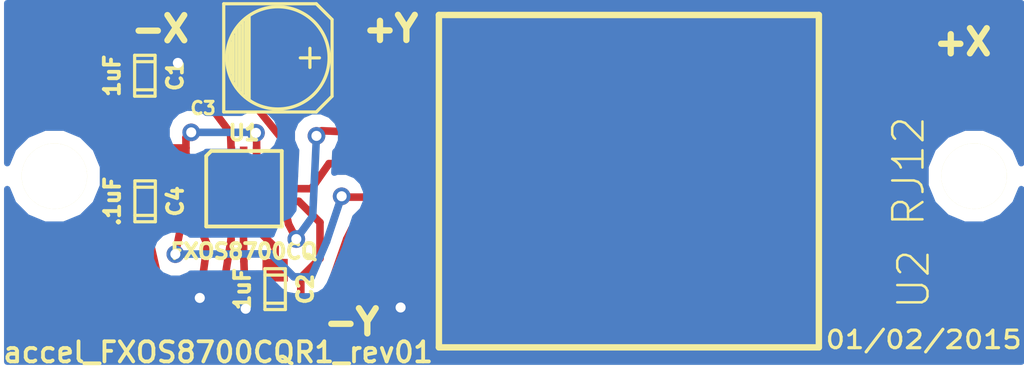
<source format=kicad_pcb>
(kicad_pcb (version 4) (host pcbnew "(2015-08-20 BZR 6109)-product")

  (general
    (links 21)
    (no_connects 0)
    (area 0 0 0 0)
    (thickness 1.6)
    (drawings 6)
    (tracks 109)
    (zones 0)
    (modules 8)
    (nets 9)
  )

  (page A)
  (layers
    (0 F.Cu signal)
    (31 B.Cu signal)
    (32 B.Adhes user)
    (33 F.Adhes user)
    (34 B.Paste user)
    (35 F.Paste user)
    (36 B.SilkS user)
    (37 F.SilkS user)
    (38 B.Mask user)
    (39 F.Mask user)
    (40 Dwgs.User user)
    (41 Cmts.User user)
    (42 Eco1.User user)
    (43 Eco2.User user)
    (44 Edge.Cuts user)
  )

  (setup
    (last_trace_width 0.5)
    (user_trace_width 0.1)
    (user_trace_width 0.15)
    (user_trace_width 0.2)
    (user_trace_width 0.25)
    (user_trace_width 0.3)
    (user_trace_width 0.35)
    (user_trace_width 0.4)
    (user_trace_width 0.5)
    (user_trace_width 0.6)
    (user_trace_width 0.7)
    (user_trace_width 0.8)
    (user_trace_width 1)
    (trace_clearance 0.05)
    (zone_clearance 0.5)
    (zone_45_only no)
    (trace_min 0.1)
    (segment_width 0.2)
    (edge_width 0.1)
    (via_size 0.7)
    (via_drill 0.4)
    (via_min_size 0.7)
    (via_min_drill 0.4)
    (uvia_size 0.4)
    (uvia_drill 0.127)
    (uvias_allowed no)
    (uvia_min_size 0.4)
    (uvia_min_drill 0.127)
    (pcb_text_width 0.3)
    (pcb_text_size 1.5 1.5)
    (mod_edge_width 0.15)
    (mod_text_size 1 1)
    (mod_text_width 0.15)
    (pad_size 2.60096 1.6002)
    (pad_drill 0)
    (pad_to_mask_clearance 0)
    (aux_axis_origin 0 0)
    (visible_elements 7FFFFFFF)
    (pcbplotparams
      (layerselection 0x00030_80000001)
      (usegerberextensions true)
      (excludeedgelayer true)
      (linewidth 0.150000)
      (plotframeref false)
      (viasonmask false)
      (mode 1)
      (useauxorigin false)
      (hpglpennumber 1)
      (hpglpenspeed 20)
      (hpglpendiameter 15)
      (hpglpenoverlay 2)
      (psnegative false)
      (psa4output false)
      (plotreference true)
      (plotvalue true)
      (plotinvisibletext false)
      (padsonsilk false)
      (subtractmaskfromsilk false)
      (outputformat 1)
      (mirror false)
      (drillshape 0)
      (scaleselection 1)
      (outputdirectory ""))
  )

  (net 0 "")
  (net 1 GND)
  (net 2 INT1)
  (net 3 INT2)
  (net 4 SCL)
  (net 5 SDA)
  (net 6 Vdd)
  (net 7 "Net-(C2-Pad1)")
  (net 8 "Net-(C4-Pad1)")

  (net_class Default "This is the default net class."
    (clearance 0.05)
    (trace_width 0.5)
    (via_dia 0.7)
    (via_drill 0.4)
    (uvia_dia 0.4)
    (uvia_drill 0.127)
    (add_net GND)
    (add_net INT1)
    (add_net INT2)
    (add_net "Net-(C2-Pad1)")
    (add_net "Net-(C4-Pad1)")
    (add_net SCL)
    (add_net SDA)
    (add_net Vdd)
  )

  (module ted_capacitors:TED_c_elec_4.3x4.3 (layer F.Cu) (tedit 0) (tstamp 54A73A36)
    (at 141.37 103.8)
    (descr "SMT capacitor, aluminium electrolytic, 4.3x4.3")
    (path /54A72EF7)
    (fp_text reference C3 (at -2.97 2) (layer F.SilkS)
      (effects (font (size 0.50038 0.50038) (thickness 0.11938)))
    )
    (fp_text value 4.7uF (at 0.23 2.7) (layer F.SilkS) hide
      (effects (font (size 0.50038 0.50038) (thickness 0.11938)))
    )
    (fp_line (start 1.651 0) (end 0.889 0) (layer F.SilkS) (width 0.127))
    (fp_line (start 1.27 -0.381) (end 1.27 0.381) (layer F.SilkS) (width 0.127))
    (fp_line (start 1.524 2.15) (end -2.15 2.15) (layer F.SilkS) (width 0.127))
    (fp_line (start 2.15 -1.524) (end 2.15 1.524) (layer F.SilkS) (width 0.127))
    (fp_line (start 1.524 2.15) (end 2.15 1.524) (layer F.SilkS) (width 0.127))
    (fp_line (start 1.524 -2.15) (end -2.15 -2.15) (layer F.SilkS) (width 0.127))
    (fp_line (start 1.524 -2.15) (end 2.15 -1.524) (layer F.SilkS) (width 0.127))
    (fp_line (start -2.032 0.127) (end -2.032 -0.127) (layer F.SilkS) (width 0.127))
    (fp_line (start -1.905 -0.635) (end -1.905 0.635) (layer F.SilkS) (width 0.127))
    (fp_line (start -1.778 0.889) (end -1.778 -0.889) (layer F.SilkS) (width 0.127))
    (fp_line (start -1.651 1.143) (end -1.651 -1.143) (layer F.SilkS) (width 0.127))
    (fp_line (start -1.524 -1.27) (end -1.524 1.27) (layer F.SilkS) (width 0.127))
    (fp_line (start -1.397 1.397) (end -1.397 -1.397) (layer F.SilkS) (width 0.127))
    (fp_line (start -1.27 -1.524) (end -1.27 1.524) (layer F.SilkS) (width 0.127))
    (fp_line (start -1.143 -1.651) (end -1.143 1.651) (layer F.SilkS) (width 0.127))
    (fp_circle (center 0 0) (end -2.032 0) (layer F.SilkS) (width 0.127))
    (fp_line (start -2.15 -2.15) (end -2.15 2.15) (layer F.SilkS) (width 0.127))
    (pad 1 smd rect (at 1.80086 0) (size 2.60096 1.6002) (layers F.Cu F.Paste F.Mask)
      (net 6 Vdd))
    (pad 2 smd rect (at -1.80086 0) (size 2.60096 1.6002) (layers F.Cu F.Paste F.Mask)
      (net 1 GND))
    (model smd/capacitors/c_elec_4x5_3.wrl
      (at (xyz 0 0 0))
      (scale (xyz 1 1 1))
      (rotate (xyz 0 0 0))
    )
  )

  (module ted_connectors:TED_RJ12_855135002 (layer F.Cu) (tedit 0) (tstamp 539CC027)
    (at 155.3 108.7 270)
    (path /539B7C14)
    (fp_text reference U2 (at 3.9 -11.3 270) (layer F.SilkS)
      (effects (font (size 1.2 1.2) (thickness 0.09906)))
    )
    (fp_text value RJ12 (at -0.4 -11.1 270) (layer F.SilkS)
      (effects (font (size 1.2 1.2) (thickness 0.09906)))
    )
    (fp_line (start -6.605 -7.54) (end 6.605 -7.54) (layer F.SilkS) (width 0.254))
    (fp_line (start 6.605 -7.54) (end 6.605 7.54) (layer F.SilkS) (width 0.254))
    (fp_line (start 6.605 7.54) (end -6.605 7.54) (layer F.SilkS) (width 0.254))
    (fp_line (start -6.605 7.54) (end -6.605 -7.54) (layer F.SilkS) (width 0.254))
    (pad 6 smd rect (at -3.175 7.9 270) (size 0.76 5) (layers F.Cu F.Paste F.Mask)
      (net 6 Vdd) (clearance 0.2))
    (pad 4 smd rect (at -0.635 7.9 270) (size 0.76 5) (layers F.Cu F.Paste F.Mask)
      (net 2 INT1) (clearance 0.2))
    (pad 2 smd rect (at 1.905 7.9 270) (size 0.76 5) (layers F.Cu F.Paste F.Mask)
      (net 5 SDA) (clearance 0.2))
    (pad 3 smd rect (at 0.635 7.9 270) (size 0.76 5) (layers F.Cu F.Paste F.Mask)
      (net 4 SCL) (clearance 0.2))
    (pad 1 smd rect (at 3.175 7.9 270) (size 0.76 5) (layers F.Cu F.Paste F.Mask)
      (net 1 GND) (clearance 0.2))
    (pad 5 smd rect (at -1.905 7.9 270) (size 0.76 5) (layers F.Cu F.Paste F.Mask)
      (net 3 INT2) (clearance 0.2))
    (pad PAD smd rect (at 0 -8.15 270) (size 8.8 4.5) (layers F.Cu F.Paste F.Mask))
  )

  (module ted_holes:TED_Hole_2_6mm (layer F.Cu) (tedit 0) (tstamp 539CCC63)
    (at 132.5 108.5)
    (path /5365C78C)
    (fp_text reference H1 (at -0.05 -2.425) (layer F.SilkS) hide
      (effects (font (size 1 1) (thickness 0.15)))
    )
    (fp_text value HOLE (at 0.25 2.6) (layer F.SilkS) hide
      (effects (font (size 1 1) (thickness 0.15)))
    )
    (pad "" np_thru_hole circle (at 0 0) (size 2.6 2.6) (drill 2.6) (layers *.Cu *.Mask F.SilkS))
  )

  (module ted_holes:TED_Hole_2_6mm (layer F.Cu) (tedit 0) (tstamp 539CBF88)
    (at 169 108.5)
    (path /539CBE67)
    (fp_text reference H2 (at -0.05 -2.425) (layer F.SilkS) hide
      (effects (font (size 1 1) (thickness 0.15)))
    )
    (fp_text value HOLE (at 0.25 2.6) (layer F.SilkS) hide
      (effects (font (size 1 1) (thickness 0.15)))
    )
    (pad "" np_thru_hole circle (at 0 0) (size 2.6 2.6) (drill 2.6) (layers *.Cu *.Mask F.SilkS))
  )

  (module ted_ICs:TED_QFN16_3x5 (layer F.Cu) (tedit 0) (tstamp 52A599E5)
    (at 140.025 109)
    (path /54A72EE3)
    (solder_paste_ratio -0.2)
    (clearance 0.1)
    (fp_text reference U1 (at 0 -2.22) (layer F.SilkS)
      (effects (font (size 0.6 0.6) (thickness 0.15)))
    )
    (fp_text value FXOS8700CQ (at 0 2.49) (layer F.SilkS)
      (effects (font (size 0.6 0.6) (thickness 0.15)))
    )
    (fp_line (start -1.3 -1.5) (end 1.5 -1.5) (layer F.SilkS) (width 0.14986))
    (fp_line (start -1.5 -1.3) (end -1.5 1.5) (layer F.SilkS) (width 0.14986))
    (fp_line (start -1.3 -1.5) (end -1.5 -1.3) (layer F.SilkS) (width 0.14986))
    (fp_line (start 1.5 1.5) (end -1.5 1.5) (layer F.SilkS) (width 0.14986))
    (fp_line (start 1.5 -1.5) (end 1.5 1.5) (layer F.SilkS) (width 0.14986))
    (pad 2 smd rect (at -1.275 -0.5) (size 0.8 0.3) (layers F.Cu F.Paste F.Mask)
      (net 8 "Net-(C4-Pad1)"))
    (pad 1 smd rect (at -1.275 -1) (size 0.8 0.3) (layers F.Cu F.Paste F.Mask)
      (net 6 Vdd))
    (pad 13 smd rect (at 1.275 -1) (size 0.8 0.3) (layers F.Cu F.Paste F.Mask)
      (net 1 GND))
    (pad 3 smd rect (at -1.275 -0.005) (size 0.8 0.3) (layers F.Cu F.Paste F.Mask)
      (net 1 GND))
    (pad 4 smd rect (at -1.275 0.5) (size 0.8 0.3) (layers F.Cu F.Paste F.Mask)
      (net 4 SCL))
    (pad 5 smd rect (at -1.275 1) (size 0.8 0.3) (layers F.Cu F.Paste F.Mask)
      (net 1 GND))
    (pad 6 smd rect (at -0.5 1.275) (size 0.3 0.8) (layers F.Cu F.Paste F.Mask)
      (net 5 SDA))
    (pad 7 smd rect (at -0.035 1.275) (size 0.3 0.8) (layers F.Cu F.Paste F.Mask)
      (net 1 GND))
    (pad 8 smd rect (at 0.5 1.275) (size 0.3 0.8) (layers F.Cu F.Paste F.Mask)
      (net 7 "Net-(C2-Pad1)"))
    (pad 9 smd rect (at 1.275 1) (size 0.8 0.3) (layers F.Cu F.Paste F.Mask)
      (net 3 INT2))
    (pad 10 smd rect (at 1.275 0.5) (size 0.8 0.3) (layers F.Cu F.Paste F.Mask)
      (net 1 GND))
    (pad 11 smd rect (at 1.275 -0.005) (size 0.8 0.3) (layers F.Cu F.Paste F.Mask)
      (net 2 INT1))
    (pad 12 smd rect (at 1.275 -0.5) (size 0.8 0.3) (layers F.Cu F.Paste F.Mask)
      (net 1 GND))
    (pad 14 smd rect (at 0.5 -1.275) (size 0.3 0.8) (layers F.Cu F.Paste F.Mask)
      (net 6 Vdd))
    (pad 15 smd rect (at -0.015 -1.275) (size 0.3 0.8) (layers F.Cu F.Paste F.Mask))
    (pad 16 smd rect (at -0.5 -1.275) (size 0.3 0.8) (layers F.Cu F.Paste F.Mask)
      (net 1 GND))
  )

  (module ted_capacitors:TED_SM0603_C (layer F.Cu) (tedit 5411E2B4) (tstamp 566C9EAA)
    (at 136.09 104.51 270)
    (descr "SMT capacitor, 0603")
    (path /52959381)
    (fp_text reference C1 (at 0 -1.2 270) (layer F.SilkS)
      (effects (font (size 0.6 0.6) (thickness 0.15)))
    )
    (fp_text value 1uF (at 0 1.3 270) (layer F.SilkS)
      (effects (font (size 0.6 0.6) (thickness 0.15)))
    )
    (fp_line (start 0.5588 0.4064) (end 0.5588 -0.4064) (layer F.SilkS) (width 0.127))
    (fp_line (start -0.5588 -0.381) (end -0.5588 0.4064) (layer F.SilkS) (width 0.127))
    (fp_line (start -0.8128 -0.4064) (end 0.8128 -0.4064) (layer F.SilkS) (width 0.127))
    (fp_line (start 0.8128 -0.4064) (end 0.8128 0.4064) (layer F.SilkS) (width 0.127))
    (fp_line (start 0.8128 0.4064) (end -0.8128 0.4064) (layer F.SilkS) (width 0.127))
    (fp_line (start -0.8128 0.4064) (end -0.8128 -0.4064) (layer F.SilkS) (width 0.127))
    (pad 2 smd rect (at 0.75184 0 270) (size 0.89916 1.00076) (layers F.Cu F.Paste F.Mask)
      (net 1 GND) (clearance 0.1))
    (pad 1 smd rect (at -0.75184 0 270) (size 0.89916 1.00076) (layers F.Cu F.Paste F.Mask)
      (net 6 Vdd) (clearance 0.1))
    (model smd/capacitors/c_0603.wrl
      (at (xyz 0 0 0))
      (scale (xyz 1 1 1))
      (rotate (xyz 0 0 0))
    )
  )

  (module ted_capacitors:TED_SM0603_C (layer F.Cu) (tedit 5411E2B4) (tstamp 566C9EB5)
    (at 141.26 112.99 270)
    (descr "SMT capacitor, 0603")
    (path /54A72FC4)
    (fp_text reference C2 (at 0 -1.2 270) (layer F.SilkS)
      (effects (font (size 0.6 0.6) (thickness 0.15)))
    )
    (fp_text value 1uF (at 0 1.3 270) (layer F.SilkS)
      (effects (font (size 0.6 0.6) (thickness 0.15)))
    )
    (fp_line (start 0.5588 0.4064) (end 0.5588 -0.4064) (layer F.SilkS) (width 0.127))
    (fp_line (start -0.5588 -0.381) (end -0.5588 0.4064) (layer F.SilkS) (width 0.127))
    (fp_line (start -0.8128 -0.4064) (end 0.8128 -0.4064) (layer F.SilkS) (width 0.127))
    (fp_line (start 0.8128 -0.4064) (end 0.8128 0.4064) (layer F.SilkS) (width 0.127))
    (fp_line (start 0.8128 0.4064) (end -0.8128 0.4064) (layer F.SilkS) (width 0.127))
    (fp_line (start -0.8128 0.4064) (end -0.8128 -0.4064) (layer F.SilkS) (width 0.127))
    (pad 2 smd rect (at 0.75184 0 270) (size 0.89916 1.00076) (layers F.Cu F.Paste F.Mask)
      (net 1 GND) (clearance 0.1))
    (pad 1 smd rect (at -0.75184 0 270) (size 0.89916 1.00076) (layers F.Cu F.Paste F.Mask)
      (net 7 "Net-(C2-Pad1)") (clearance 0.1))
    (model smd/capacitors/c_0603.wrl
      (at (xyz 0 0 0))
      (scale (xyz 1 1 1))
      (rotate (xyz 0 0 0))
    )
  )

  (module ted_capacitors:TED_SM0603_C (layer F.Cu) (tedit 5411E2B4) (tstamp 566C9EC0)
    (at 136.1 109.5 270)
    (descr "SMT capacitor, 0603")
    (path /52A5541B)
    (fp_text reference C4 (at 0 -1.2 270) (layer F.SilkS)
      (effects (font (size 0.6 0.6) (thickness 0.15)))
    )
    (fp_text value .1uF (at 0 1.3 270) (layer F.SilkS)
      (effects (font (size 0.6 0.6) (thickness 0.15)))
    )
    (fp_line (start 0.5588 0.4064) (end 0.5588 -0.4064) (layer F.SilkS) (width 0.127))
    (fp_line (start -0.5588 -0.381) (end -0.5588 0.4064) (layer F.SilkS) (width 0.127))
    (fp_line (start -0.8128 -0.4064) (end 0.8128 -0.4064) (layer F.SilkS) (width 0.127))
    (fp_line (start 0.8128 -0.4064) (end 0.8128 0.4064) (layer F.SilkS) (width 0.127))
    (fp_line (start 0.8128 0.4064) (end -0.8128 0.4064) (layer F.SilkS) (width 0.127))
    (fp_line (start -0.8128 0.4064) (end -0.8128 -0.4064) (layer F.SilkS) (width 0.127))
    (pad 2 smd rect (at 0.75184 0 270) (size 0.89916 1.00076) (layers F.Cu F.Paste F.Mask)
      (net 1 GND) (clearance 0.1))
    (pad 1 smd rect (at -0.75184 0 270) (size 0.89916 1.00076) (layers F.Cu F.Paste F.Mask)
      (net 8 "Net-(C4-Pad1)") (clearance 0.1))
    (model smd/capacitors/c_0603.wrl
      (at (xyz 0 0 0))
      (scale (xyz 1 1 1))
      (rotate (xyz 0 0 0))
    )
  )

  (gr_text 01/02/2015 (at 167 115) (layer F.SilkS)
    (effects (font (size 0.7 0.8) (thickness 0.125)))
  )
  (gr_text -X (at 136.7 102.65) (layer F.SilkS)
    (effects (font (size 1 1) (thickness 0.25)))
  )
  (gr_text -Y (at 144.3 114.3) (layer F.SilkS)
    (effects (font (size 1 1) (thickness 0.25)))
  )
  (gr_text +X (at 168.55 103.17) (layer F.SilkS)
    (effects (font (size 1 1) (thickness 0.25)))
  )
  (gr_text +Y (at 145.85 102.64) (layer F.SilkS)
    (effects (font (size 1 1) (thickness 0.25)))
  )
  (gr_text accel_FXOS8700CQR1_rev01 (at 139 115.5) (layer F.SilkS)
    (effects (font (size 0.8 0.8) (thickness 0.15)))
  )

  (segment (start 141.3 109.5) (end 142.2 109.5) (width 0.3) (layer F.Cu) (net 1))
  (segment (start 142.07816 113.74184) (end 141.26 113.74184) (width 0.3) (layer F.Cu) (net 1) (tstamp 54A73CA1))
  (segment (start 142.28 113.54) (end 142.07816 113.74184) (width 0.3) (layer F.Cu) (net 1) (tstamp 54A73CA0))
  (segment (start 142.28 112.53) (end 142.28 113.54) (width 0.3) (layer F.Cu) (net 1) (tstamp 54A73C9F))
  (segment (start 143.04 111.77) (end 142.28 112.53) (width 0.3) (layer F.Cu) (net 1) (tstamp 54A73C99))
  (segment (start 143.04 110.34) (end 143.04 111.77) (width 0.3) (layer F.Cu) (net 1) (tstamp 54A73C98))
  (segment (start 142.2 109.5) (end 143.04 110.34) (width 0.3) (layer F.Cu) (net 1) (tstamp 54A73C97))
  (segment (start 141.3 108.5) (end 142.02 108.5) (width 0.3) (layer F.Cu) (net 1))
  (segment (start 142 108.48) (end 142 107.6) (width 0.3) (layer F.Cu) (net 1) (tstamp 54A73C86))
  (segment (start 142.02 108.5) (end 142 108.48) (width 0.3) (layer F.Cu) (net 1) (tstamp 54A73C84))
  (segment (start 141.26 113.74184) (end 140.11816 113.74184) (width 0.3) (layer F.Cu) (net 1))
  (segment (start 140.11816 113.74184) (end 140.09 113.77) (width 0.3) (layer F.Cu) (net 1) (tstamp 54A73C61))
  (segment (start 147.4 111.875) (end 147.4 112.56) (width 0.3) (layer F.Cu) (net 1))
  (via (at 146.24 113.72) (size 0.7) (layers F.Cu B.Cu) (net 1))
  (segment (start 147.4 112.56) (end 146.24 113.72) (width 0.3) (layer F.Cu) (net 1) (tstamp 54A73BBA))
  (segment (start 142 107.6) (end 139.21914 104.15) (width 0.3) (layer F.Cu) (net 1) (status 20))
  (segment (start 139.21914 104.15) (end 139.56914 103.8) (width 0.3) (layer F.Cu) (net 1) (tstamp 54A73B6B) (status 30))
  (segment (start 139.56914 103.8) (end 137.44 103.82) (width 0.3) (layer F.Cu) (net 1) (status 10))
  (segment (start 137.44 103.82) (end 137.4 104) (width 0.3) (layer F.Cu) (net 1) (tstamp 54A73B61))
  (via (at 137.4 104) (size 0.7) (layers F.Cu B.Cu) (net 1))
  (segment (start 139.525 107.725) (end 139.489817 106.795842) (width 0.3) (layer F.Cu) (net 1))
  (segment (start 139.489817 106.795842) (end 137.425 104.025) (width 0.3) (layer F.Cu) (net 1) (tstamp 54A73CC6))
  (segment (start 137.4 104) (end 137.4 104) (width 0.3) (layer F.Cu) (net 1) (tstamp 539B87A8))
  (segment (start 137.4 104) (end 138.35 105.30184) (width 0.3) (layer F.Cu) (net 1) (status 10))
  (segment (start 137.425 104.025) (end 137.4 104) (width 0.3) (layer F.Cu) (net 1) (tstamp 54A73B41))
  (segment (start 138.3 110.6) (end 138.3 110.1) (width 0.3) (layer F.Cu) (net 1))
  (segment (start 138.3 110.6) (end 138.563793 111.215517) (width 0.3) (layer F.Cu) (net 1) (tstamp 539B7FF3))
  (segment (start 138.27 113.34) (end 138.563793 111.215517) (width 0.3) (layer F.Cu) (net 1) (tstamp 539B7FF5))
  (segment (start 138.4 110) (end 138.75 110) (width 0.3) (layer F.Cu) (net 1) (tstamp 539B89E5))
  (segment (start 138.3 110.1) (end 138.4 110) (width 0.3) (layer F.Cu) (net 1) (tstamp 539B89E2))
  (segment (start 139.99 110.275) (end 140 110.7) (width 0.3) (layer F.Cu) (net 1))
  (segment (start 138.065117 113.544883) (end 136.678449 112.804883) (width 0.3) (layer F.Cu) (net 1) (tstamp 539B7FE6))
  (segment (start 138.27 113.34) (end 138.065117 113.544883) (width 0.3) (layer F.Cu) (net 1) (tstamp 539B7FE5))
  (via (at 138.27 113.34) (size 0.7) (layers F.Cu B.Cu) (net 1))
  (via (at 140.09 113.77) (size 0.7) (layers F.Cu B.Cu) (net 1))
  (segment (start 140.09 113.77) (end 139.99 113.87) (width 0.3) (layer B.Cu) (net 1) (tstamp 539B7FD9))
  (segment (start 140 110.7) (end 140.02 111.888) (width 0.3) (layer F.Cu) (net 1) (tstamp 539B7FD4))
  (segment (start 140.02 111.888) (end 140.09 113.77) (width 0.3) (layer F.Cu) (net 1) (tstamp 54A73C18))
  (segment (start 138.75 108.995) (end 137.405 108.995) (width 0.3) (layer F.Cu) (net 1))
  (segment (start 136.84816 110.25184) (end 136.1 110.25184) (width 0.3) (layer F.Cu) (net 1) (tstamp 539B7F96))
  (segment (start 137 110.1) (end 136.84816 110.25184) (width 0.3) (layer F.Cu) (net 1) (tstamp 539B7F95))
  (segment (start 137 109.4) (end 137 110.1) (width 0.3) (layer F.Cu) (net 1) (tstamp 539B7F94))
  (segment (start 137.405 108.995) (end 137 109.4) (width 0.3) (layer F.Cu) (net 1) (tstamp 539B7F93))
  (segment (start 136.678449 112.804883) (end 136.1 110.25184) (width 0.3) (layer F.Cu) (net 1) (tstamp 539B7FE8) (status 20))
  (segment (start 141.3 108) (end 141.9 108) (width 0.3) (layer F.Cu) (net 1))
  (segment (start 142 107.9) (end 142 107.6) (width 0.3) (layer F.Cu) (net 1) (tstamp 539B7F0A))
  (segment (start 141.9 108) (end 142 107.9) (width 0.3) (layer F.Cu) (net 1) (tstamp 539B7F09))
  (segment (start 136.09 105.26184) (end 138.35 105.30184) (width 0.3) (layer F.Cu) (net 1) (status 10))
  (segment (start 141.3 108.995) (end 142.7 109) (width 0.3) (layer F.Cu) (net 2))
  (segment (start 143.4 108) (end 147.4 108.065) (width 0.3) (layer F.Cu) (net 2) (tstamp 539B7EC6) (status 20))
  (segment (start 142.7 109) (end 143.4 108) (width 0.3) (layer F.Cu) (net 2) (tstamp 539B7EC4))
  (segment (start 141.3 110) (end 141.7 110) (width 0.3) (layer F.Cu) (net 3))
  (segment (start 143.105 106.695) (end 147.4 106.895) (width 0.3) (layer F.Cu) (net 3) (tstamp 539B7F00) (status 20))
  (segment (start 142.9 107) (end 143.105 106.795) (width 0.3) (layer F.Cu) (net 3) (tstamp 539B7EFF))
  (via (at 142.9 106.9) (size 0.7) (layers F.Cu B.Cu) (net 3))
  (segment (start 142.75 110.1) (end 142.9 106.9) (width 0.3) (layer B.Cu) (net 3) (tstamp 539B7EFB))
  (segment (start 142.1 111) (end 142.75 110.1) (width 0.3) (layer B.Cu) (net 3) (tstamp 539B7EFA))
  (via (at 142.1 111) (size 0.7) (layers F.Cu B.Cu) (net 3))
  (segment (start 141.793337 110.406736) (end 142.1 111) (width 0.3) (layer F.Cu) (net 3) (tstamp 539B7EF5))
  (segment (start 141.7 110) (end 141.793337 110.406736) (width 0.3) (layer F.Cu) (net 3) (tstamp 539B7EF4))
  (segment (start 138.75 109.5) (end 138 109.5) (width 0.3) (layer F.Cu) (net 4))
  (segment (start 143.935 109.335) (end 147.4 109.335) (width 0.3) (layer F.Cu) (net 4) (tstamp 539B7FA2) (status 20))
  (segment (start 143.9 109.3) (end 143.935 109.335) (width 0.3) (layer F.Cu) (net 4) (tstamp 539B7FA1))
  (via (at 143.9 109.3) (size 0.7) (layers F.Cu B.Cu) (net 4))
  (segment (start 143.3 111.1) (end 143.9 109.3) (width 0.3) (layer B.Cu) (net 4) (tstamp 539B7F9F))
  (segment (start 142.7 112.5) (end 143.3 111.1) (width 0.3) (layer B.Cu) (net 4) (tstamp 539B7F9E))
  (segment (start 142 112.5) (end 142.7 112.5) (width 0.3) (layer B.Cu) (net 4) (tstamp 539B7F9C))
  (segment (start 137.3 111.6) (end 141.091578 111.589836) (width 0.3) (layer B.Cu) (net 4) (tstamp 539B7F9B))
  (segment (start 141.091578 111.589836) (end 142 112.5) (width 0.3) (layer B.Cu) (net 4) (tstamp 539B7FC7))
  (via (at 137.3 111.6) (size 0.7) (layers F.Cu B.Cu) (net 4))
  (segment (start 137.7 109.6) (end 137.3 111.6) (width 0.3) (layer F.Cu) (net 4) (tstamp 539B7F99))
  (segment (start 138 109.5) (end 137.7 109.6) (width 0.3) (layer F.Cu) (net 4) (tstamp 539B7F98))
  (segment (start 139.525 110.275) (end 139.51 111.02) (width 0.3) (layer F.Cu) (net 5))
  (segment (start 139.51 111.02) (end 139.06 113.83) (width 0.3) (layer F.Cu) (net 5) (tstamp 54A73BFA))
  (segment (start 139.06 113.83) (end 139.06 113.83) (width 0.3) (layer F.Cu) (net 5) (tstamp 539CECAF))
  (segment (start 144.6 110.6) (end 147.4 110.605) (width 0.3) (layer F.Cu) (net 5) (tstamp 539B7F30) (status 20))
  (segment (start 144.3 110.6) (end 144.6 110.6) (width 0.3) (layer F.Cu) (net 5) (tstamp 539B7F2F))
  (segment (start 144.1 111) (end 144.3 110.6) (width 0.3) (layer F.Cu) (net 5) (tstamp 539B7F2E))
  (segment (start 142.36 114.59) (end 143.4 113) (width 0.3) (layer F.Cu) (net 5) (tstamp 539B7F2D))
  (segment (start 143.4 113) (end 144.1 111) (width 0.3) (layer F.Cu) (net 5) (tstamp 539CD838))
  (segment (start 139.86 114.59) (end 142.36 114.59) (width 0.3) (layer F.Cu) (net 5) (tstamp 539B7F2B))
  (segment (start 139.06 113.83) (end 139.86 114.59) (width 0.3) (layer F.Cu) (net 5) (tstamp 539B7F27))
  (segment (start 147.4 105.525) (end 144.325 105.525) (width 0.3) (layer F.Cu) (net 6))
  (segment (start 143.17086 104.37086) (end 143.17086 103.8) (width 0.3) (layer F.Cu) (net 6) (tstamp 54A73D78))
  (segment (start 144.325 105.525) (end 143.17086 104.37086) (width 0.3) (layer F.Cu) (net 6) (tstamp 54A73D77))
  (segment (start 136.09 103.75816) (end 137.31 102.31) (width 0.3) (layer F.Cu) (net 6) (status 10))
  (segment (start 142.17 102.34) (end 143.17086 103.8) (width 0.3) (layer F.Cu) (net 6) (tstamp 54A73B5C) (status 20))
  (segment (start 137.31 102.31) (end 142.17 102.34) (width 0.3) (layer F.Cu) (net 6) (tstamp 54A73B5A))
  (segment (start 137.72 107.38) (end 135.85 107.38) (width 0.3) (layer F.Cu) (net 6))
  (segment (start 135.85184 103.74816) (end 136.09 103.75816) (width 0.3) (layer F.Cu) (net 6) (tstamp 54A73B58) (status 20))
  (segment (start 134.95 104.65) (end 135.85184 103.74816) (width 0.3) (layer F.Cu) (net 6) (tstamp 54A73B57))
  (segment (start 134.95 106.48) (end 134.95 104.65) (width 0.3) (layer F.Cu) (net 6) (tstamp 54A73B56))
  (segment (start 135.85 107.38) (end 134.95 106.48) (width 0.3) (layer F.Cu) (net 6) (tstamp 54A73B55))
  (segment (start 140.525 107.725) (end 140.525 106.805) (width 0.3) (layer F.Cu) (net 6))
  (segment (start 138.07 108) (end 138.75 108) (width 0.3) (layer F.Cu) (net 6) (tstamp 54A73B51))
  (segment (start 137.72 107.65) (end 138.07 108) (width 0.3) (layer F.Cu) (net 6) (tstamp 54A73B50))
  (segment (start 137.72 106.97) (end 137.72 107.38) (width 0.3) (layer F.Cu) (net 6) (tstamp 54A73B4F))
  (segment (start 137.72 107.38) (end 137.72 107.65) (width 0.3) (layer F.Cu) (net 6) (tstamp 54A73B53))
  (segment (start 137.93 106.76) (end 137.72 106.97) (width 0.3) (layer F.Cu) (net 6) (tstamp 54A73B4E))
  (via (at 137.93 106.76) (size 0.7) (layers F.Cu B.Cu) (net 6))
  (segment (start 140.48 106.76) (end 137.93 106.76) (width 0.3) (layer B.Cu) (net 6) (tstamp 54A73B49))
  (segment (start 140.5 106.78) (end 140.48 106.76) (width 0.3) (layer B.Cu) (net 6) (tstamp 54A73B48))
  (via (at 140.5 106.78) (size 0.7) (layers F.Cu B.Cu) (net 6))
  (segment (start 140.525 106.805) (end 140.5 106.78) (width 0.3) (layer F.Cu) (net 6) (tstamp 54A73B45))
  (segment (start 140.525 110.275) (end 140.525 110.595) (width 0.3) (layer F.Cu) (net 7))
  (segment (start 141.26 111.33) (end 141.26 112.23816) (width 0.3) (layer F.Cu) (net 7) (tstamp 54A73C32))
  (segment (start 140.525 110.595) (end 141.26 111.33) (width 0.3) (layer F.Cu) (net 7) (tstamp 54A73C30))
  (segment (start 138.75 108.5) (end 136.34816 108.5) (width 0.3) (layer F.Cu) (net 8) (status 20))
  (segment (start 136.34816 108.5) (end 136.1 108.74816) (width 0.3) (layer F.Cu) (net 8) (tstamp 539B7EE1) (status 30))

  (zone (net 1) (net_name GND) (layer B.Cu) (tstamp 539B87D1) (hatch edge 0.508)
    (connect_pads (clearance 0.5))
    (min_thickness 0.254)
    (fill yes (arc_segments 16) (thermal_gap 0.508) (thermal_bridge_width 0.508))
    (polygon
      (pts
        (xy 130.5 101.5) (xy 171 101.5) (xy 171 116) (xy 130.5 116)
      )
    )
    (filled_polygon
      (pts
        (xy 170.873 107.98688) (xy 170.634584 107.409868) (xy 170.092983 106.867322) (xy 169.384986 106.573335) (xy 168.618378 106.572666)
        (xy 167.909868 106.865416) (xy 167.367322 107.407017) (xy 167.073335 108.115014) (xy 167.072666 108.881622) (xy 167.365416 109.590132)
        (xy 167.907017 110.132678) (xy 168.615014 110.426665) (xy 169.381622 110.427334) (xy 170.090132 110.134584) (xy 170.632678 109.592983)
        (xy 170.873 109.014225) (xy 170.873 115.873) (xy 130.627 115.873) (xy 130.627 111.793485) (xy 136.32283 111.793485)
        (xy 136.471256 112.152703) (xy 136.745851 112.427778) (xy 137.10481 112.57683) (xy 137.493485 112.57717) (xy 137.852703 112.428744)
        (xy 137.906163 112.375378) (xy 140.770161 112.3677) (xy 141.450052 113.048895) (xy 141.450367 113.049106) (xy 141.450578 113.049422)
        (xy 141.576551 113.133594) (xy 141.701968 113.217569) (xy 141.70234 113.217643) (xy 141.702655 113.217854) (xy 141.85079 113.24732)
        (xy 141.999256 113.277) (xy 141.999629 113.276926) (xy 142 113.277) (xy 142.7 113.277) (xy 142.844119 113.248333)
        (xy 142.988571 113.221426) (xy 142.992614 113.218795) (xy 142.997345 113.217854) (xy 143.119517 113.136222) (xy 143.242682 113.05608)
        (xy 143.24541 113.052102) (xy 143.249422 113.049422) (xy 143.331054 112.927251) (xy 143.414176 112.806075) (xy 144.014176 111.406075)
        (xy 144.020942 111.374101) (xy 144.037127 111.345709) (xy 144.441197 110.133498) (xy 144.452703 110.128744) (xy 144.727778 109.854149)
        (xy 144.87683 109.49519) (xy 144.87717 109.106515) (xy 144.728744 108.747297) (xy 144.454149 108.472222) (xy 144.09519 108.32317)
        (xy 143.706515 108.32283) (xy 143.609275 108.363009) (xy 143.648152 107.533636) (xy 143.727778 107.454149) (xy 143.87683 107.09519)
        (xy 143.87717 106.706515) (xy 143.728744 106.347297) (xy 143.454149 106.072222) (xy 143.09519 105.92317) (xy 142.706515 105.92283)
        (xy 142.347297 106.071256) (xy 142.072222 106.345851) (xy 141.92317 106.70481) (xy 141.92283 107.093485) (xy 142.071256 107.452703)
        (xy 142.095118 107.476607) (xy 141.984682 109.832579) (xy 141.822082 110.057717) (xy 141.547297 110.171256) (xy 141.272222 110.445851)
        (xy 141.12317 110.80481) (xy 141.123158 110.819) (xy 141.092322 110.812836) (xy 141.090907 110.813116) (xy 141.089495 110.812839)
        (xy 137.903222 110.82138) (xy 137.854149 110.772222) (xy 137.49519 110.62317) (xy 137.106515 110.62283) (xy 136.747297 110.771256)
        (xy 136.472222 111.045851) (xy 136.32317 111.40481) (xy 136.32283 111.793485) (xy 130.627 111.793485) (xy 130.627 109.01312)
        (xy 130.865416 109.590132) (xy 131.407017 110.132678) (xy 132.115014 110.426665) (xy 132.881622 110.427334) (xy 133.590132 110.134584)
        (xy 134.132678 109.592983) (xy 134.426665 108.884986) (xy 134.427334 108.118378) (xy 134.134584 107.409868) (xy 133.678996 106.953485)
        (xy 136.95283 106.953485) (xy 137.101256 107.312703) (xy 137.375851 107.587778) (xy 137.73481 107.73683) (xy 138.123485 107.73717)
        (xy 138.482703 107.588744) (xy 138.534537 107.537) (xy 139.875197 107.537) (xy 139.945851 107.607778) (xy 140.30481 107.75683)
        (xy 140.693485 107.75717) (xy 141.052703 107.608744) (xy 141.327778 107.334149) (xy 141.47683 106.97519) (xy 141.47717 106.586515)
        (xy 141.328744 106.227297) (xy 141.054149 105.952222) (xy 140.69519 105.80317) (xy 140.306515 105.80283) (xy 139.947297 105.951256)
        (xy 139.915498 105.983) (xy 138.534838 105.983) (xy 138.484149 105.932222) (xy 138.12519 105.78317) (xy 137.736515 105.78283)
        (xy 137.377297 105.931256) (xy 137.102222 106.205851) (xy 136.95317 106.56481) (xy 136.95283 106.953485) (xy 133.678996 106.953485)
        (xy 133.592983 106.867322) (xy 132.884986 106.573335) (xy 132.118378 106.572666) (xy 131.409868 106.865416) (xy 130.867322 107.407017)
        (xy 130.627 107.985775) (xy 130.627 101.627) (xy 170.873 101.627)
      )
    )
  )
)

</source>
